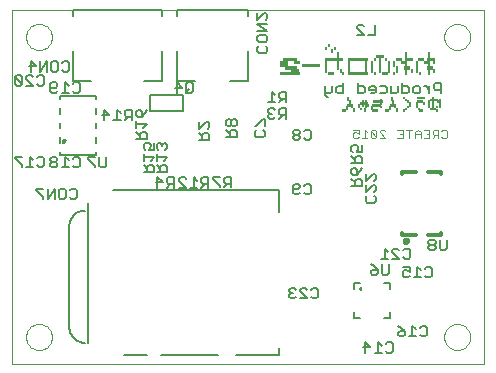
<source format=gbo>
G75*
%MOIN*%
%OFA0B0*%
%FSLAX24Y24*%
%IPPOS*%
%LPD*%
%AMOC8*
5,1,8,0,0,1.08239X$1,22.5*
%
%ADD10C,0.0000*%
%ADD11R,0.0060X0.0010*%
%ADD12R,0.0120X0.0010*%
%ADD13R,0.0180X0.0010*%
%ADD14R,0.0300X0.0010*%
%ADD15R,0.0240X0.0010*%
%ADD16R,0.0360X0.0010*%
%ADD17C,0.0050*%
%ADD18R,0.0094X0.0016*%
%ADD19R,0.0189X0.0016*%
%ADD20R,0.0661X0.0016*%
%ADD21R,0.0283X0.0016*%
%ADD22R,0.0378X0.0016*%
%ADD23R,0.0567X0.0016*%
%ADD24R,0.0472X0.0016*%
%ADD25C,0.0040*%
%ADD26C,0.0080*%
%ADD27C,0.0060*%
%ADD28C,0.0120*%
%ADD29C,0.0039*%
D10*
X002071Y001060D02*
X002071Y012871D01*
X017819Y012871D01*
X017819Y001060D01*
X002071Y001060D01*
X002544Y001965D02*
X002546Y002006D01*
X002552Y002047D01*
X002562Y002087D01*
X002575Y002126D01*
X002592Y002163D01*
X002613Y002199D01*
X002637Y002233D01*
X002664Y002264D01*
X002693Y002292D01*
X002726Y002318D01*
X002760Y002340D01*
X002797Y002359D01*
X002835Y002374D01*
X002875Y002386D01*
X002915Y002394D01*
X002956Y002398D01*
X002998Y002398D01*
X003039Y002394D01*
X003079Y002386D01*
X003119Y002374D01*
X003157Y002359D01*
X003193Y002340D01*
X003228Y002318D01*
X003261Y002292D01*
X003290Y002264D01*
X003317Y002233D01*
X003341Y002199D01*
X003362Y002163D01*
X003379Y002126D01*
X003392Y002087D01*
X003402Y002047D01*
X003408Y002006D01*
X003410Y001965D01*
X003408Y001924D01*
X003402Y001883D01*
X003392Y001843D01*
X003379Y001804D01*
X003362Y001767D01*
X003341Y001731D01*
X003317Y001697D01*
X003290Y001666D01*
X003261Y001638D01*
X003228Y001612D01*
X003194Y001590D01*
X003157Y001571D01*
X003119Y001556D01*
X003079Y001544D01*
X003039Y001536D01*
X002998Y001532D01*
X002956Y001532D01*
X002915Y001536D01*
X002875Y001544D01*
X002835Y001556D01*
X002797Y001571D01*
X002761Y001590D01*
X002726Y001612D01*
X002693Y001638D01*
X002664Y001666D01*
X002637Y001697D01*
X002613Y001731D01*
X002592Y001767D01*
X002575Y001804D01*
X002562Y001843D01*
X002552Y001883D01*
X002546Y001924D01*
X002544Y001965D01*
X002544Y011965D02*
X002546Y012006D01*
X002552Y012047D01*
X002562Y012087D01*
X002575Y012126D01*
X002592Y012163D01*
X002613Y012199D01*
X002637Y012233D01*
X002664Y012264D01*
X002693Y012292D01*
X002726Y012318D01*
X002760Y012340D01*
X002797Y012359D01*
X002835Y012374D01*
X002875Y012386D01*
X002915Y012394D01*
X002956Y012398D01*
X002998Y012398D01*
X003039Y012394D01*
X003079Y012386D01*
X003119Y012374D01*
X003157Y012359D01*
X003193Y012340D01*
X003228Y012318D01*
X003261Y012292D01*
X003290Y012264D01*
X003317Y012233D01*
X003341Y012199D01*
X003362Y012163D01*
X003379Y012126D01*
X003392Y012087D01*
X003402Y012047D01*
X003408Y012006D01*
X003410Y011965D01*
X003408Y011924D01*
X003402Y011883D01*
X003392Y011843D01*
X003379Y011804D01*
X003362Y011767D01*
X003341Y011731D01*
X003317Y011697D01*
X003290Y011666D01*
X003261Y011638D01*
X003228Y011612D01*
X003194Y011590D01*
X003157Y011571D01*
X003119Y011556D01*
X003079Y011544D01*
X003039Y011536D01*
X002998Y011532D01*
X002956Y011532D01*
X002915Y011536D01*
X002875Y011544D01*
X002835Y011556D01*
X002797Y011571D01*
X002761Y011590D01*
X002726Y011612D01*
X002693Y011638D01*
X002664Y011666D01*
X002637Y011697D01*
X002613Y011731D01*
X002592Y011767D01*
X002575Y011804D01*
X002562Y011843D01*
X002552Y011883D01*
X002546Y011924D01*
X002544Y011965D01*
X016481Y011965D02*
X016483Y012006D01*
X016489Y012047D01*
X016499Y012087D01*
X016512Y012126D01*
X016529Y012163D01*
X016550Y012199D01*
X016574Y012233D01*
X016601Y012264D01*
X016630Y012292D01*
X016663Y012318D01*
X016697Y012340D01*
X016734Y012359D01*
X016772Y012374D01*
X016812Y012386D01*
X016852Y012394D01*
X016893Y012398D01*
X016935Y012398D01*
X016976Y012394D01*
X017016Y012386D01*
X017056Y012374D01*
X017094Y012359D01*
X017130Y012340D01*
X017165Y012318D01*
X017198Y012292D01*
X017227Y012264D01*
X017254Y012233D01*
X017278Y012199D01*
X017299Y012163D01*
X017316Y012126D01*
X017329Y012087D01*
X017339Y012047D01*
X017345Y012006D01*
X017347Y011965D01*
X017345Y011924D01*
X017339Y011883D01*
X017329Y011843D01*
X017316Y011804D01*
X017299Y011767D01*
X017278Y011731D01*
X017254Y011697D01*
X017227Y011666D01*
X017198Y011638D01*
X017165Y011612D01*
X017131Y011590D01*
X017094Y011571D01*
X017056Y011556D01*
X017016Y011544D01*
X016976Y011536D01*
X016935Y011532D01*
X016893Y011532D01*
X016852Y011536D01*
X016812Y011544D01*
X016772Y011556D01*
X016734Y011571D01*
X016698Y011590D01*
X016663Y011612D01*
X016630Y011638D01*
X016601Y011666D01*
X016574Y011697D01*
X016550Y011731D01*
X016529Y011767D01*
X016512Y011804D01*
X016499Y011843D01*
X016489Y011883D01*
X016483Y011924D01*
X016481Y011965D01*
X016481Y001965D02*
X016483Y002006D01*
X016489Y002047D01*
X016499Y002087D01*
X016512Y002126D01*
X016529Y002163D01*
X016550Y002199D01*
X016574Y002233D01*
X016601Y002264D01*
X016630Y002292D01*
X016663Y002318D01*
X016697Y002340D01*
X016734Y002359D01*
X016772Y002374D01*
X016812Y002386D01*
X016852Y002394D01*
X016893Y002398D01*
X016935Y002398D01*
X016976Y002394D01*
X017016Y002386D01*
X017056Y002374D01*
X017094Y002359D01*
X017130Y002340D01*
X017165Y002318D01*
X017198Y002292D01*
X017227Y002264D01*
X017254Y002233D01*
X017278Y002199D01*
X017299Y002163D01*
X017316Y002126D01*
X017329Y002087D01*
X017339Y002047D01*
X017345Y002006D01*
X017347Y001965D01*
X017345Y001924D01*
X017339Y001883D01*
X017329Y001843D01*
X017316Y001804D01*
X017299Y001767D01*
X017278Y001731D01*
X017254Y001697D01*
X017227Y001666D01*
X017198Y001638D01*
X017165Y001612D01*
X017131Y001590D01*
X017094Y001571D01*
X017056Y001556D01*
X017016Y001544D01*
X016976Y001536D01*
X016935Y001532D01*
X016893Y001532D01*
X016852Y001536D01*
X016812Y001544D01*
X016772Y001556D01*
X016734Y001571D01*
X016698Y001590D01*
X016663Y001612D01*
X016630Y001638D01*
X016601Y001666D01*
X016574Y001697D01*
X016550Y001731D01*
X016529Y001767D01*
X016512Y001804D01*
X016499Y001843D01*
X016489Y001883D01*
X016483Y001924D01*
X016481Y001965D01*
D11*
X016232Y009464D03*
X016232Y009474D03*
X016232Y009484D03*
X016232Y009494D03*
X016232Y009504D03*
X016232Y009514D03*
X016232Y009584D03*
X016232Y009594D03*
X016232Y009604D03*
X016232Y009614D03*
X016232Y009624D03*
X016232Y009634D03*
X016352Y009634D03*
X016352Y009624D03*
X016352Y009614D03*
X016352Y009604D03*
X016352Y009594D03*
X016352Y009584D03*
X016352Y009644D03*
X016352Y009654D03*
X016352Y009664D03*
X016352Y009674D03*
X016352Y009684D03*
X016352Y009694D03*
X016352Y009704D03*
X016352Y009714D03*
X016352Y009724D03*
X016352Y009734D03*
X016352Y009744D03*
X016352Y009754D03*
X016352Y009824D03*
X016352Y009834D03*
X016352Y009844D03*
X016352Y009854D03*
X016352Y009864D03*
X016352Y009874D03*
X016112Y009884D03*
X016112Y009894D03*
X016112Y009904D03*
X016112Y009914D03*
X016112Y009924D03*
X016112Y009934D03*
X016112Y009814D03*
X016112Y009804D03*
X016112Y009794D03*
X016112Y009784D03*
X016112Y009774D03*
X016112Y009764D03*
X016112Y009754D03*
X016112Y009744D03*
X016112Y009734D03*
X016112Y009724D03*
X016112Y009714D03*
X016112Y009704D03*
X016112Y009694D03*
X016112Y009684D03*
X016112Y009674D03*
X016112Y009664D03*
X016112Y009654D03*
X016112Y009644D03*
X016112Y009634D03*
X016112Y009624D03*
X016112Y009614D03*
X016112Y009604D03*
X016112Y009594D03*
X016112Y009584D03*
X015992Y009584D03*
X015992Y009594D03*
X015992Y009604D03*
X015992Y009614D03*
X015992Y009624D03*
X015992Y009634D03*
X015992Y009644D03*
X015992Y009654D03*
X015992Y009664D03*
X015992Y009674D03*
X015992Y009684D03*
X015992Y009694D03*
X015992Y009704D03*
X015992Y009714D03*
X015992Y009724D03*
X015992Y009734D03*
X015992Y009744D03*
X015992Y009754D03*
X015992Y009764D03*
X015992Y009774D03*
X015992Y009784D03*
X015992Y009794D03*
X015992Y009804D03*
X015992Y009814D03*
X015812Y009754D03*
X015812Y009744D03*
X015812Y009734D03*
X015812Y009724D03*
X015812Y009714D03*
X015812Y009704D03*
X015632Y009574D03*
X015632Y009564D03*
X015632Y009554D03*
X015632Y009544D03*
X015632Y009534D03*
X015632Y009524D03*
X015572Y009584D03*
X015572Y009594D03*
X015572Y009604D03*
X015572Y009614D03*
X015572Y009624D03*
X015572Y009634D03*
X015572Y009644D03*
X015572Y009654D03*
X015572Y009664D03*
X015572Y009674D03*
X015572Y009684D03*
X015572Y009694D03*
X015572Y009704D03*
X015572Y009714D03*
X015572Y009724D03*
X015572Y009734D03*
X015572Y009744D03*
X015572Y009754D03*
X015332Y009754D03*
X015332Y009744D03*
X015332Y009734D03*
X015332Y009724D03*
X015332Y009714D03*
X015332Y009704D03*
X015332Y009694D03*
X015332Y009684D03*
X015332Y009674D03*
X015332Y009664D03*
X015332Y009654D03*
X015332Y009644D03*
X015272Y009634D03*
X015272Y009624D03*
X015272Y009614D03*
X015272Y009604D03*
X015272Y009594D03*
X015272Y009584D03*
X015212Y009574D03*
X015212Y009564D03*
X015212Y009554D03*
X015212Y009544D03*
X015212Y009534D03*
X015212Y009524D03*
X015152Y009514D03*
X015152Y009504D03*
X015152Y009494D03*
X015152Y009484D03*
X015152Y009474D03*
X015152Y009464D03*
X014912Y009474D03*
X014912Y009484D03*
X014912Y009494D03*
X014912Y009504D03*
X014912Y009514D03*
X014912Y009524D03*
X014912Y009534D03*
X014912Y009544D03*
X014912Y009554D03*
X014912Y009564D03*
X014912Y009574D03*
X014852Y009584D03*
X014852Y009594D03*
X014852Y009604D03*
X014852Y009614D03*
X014852Y009624D03*
X014852Y009634D03*
X014792Y009704D03*
X014792Y009714D03*
X014792Y009724D03*
X014792Y009734D03*
X014792Y009744D03*
X014792Y009754D03*
X014792Y009764D03*
X014792Y009774D03*
X014792Y009784D03*
X014792Y009794D03*
X014792Y009804D03*
X014792Y009814D03*
X014732Y009824D03*
X014732Y009834D03*
X014732Y009844D03*
X014732Y009854D03*
X014732Y009864D03*
X014732Y009874D03*
X014732Y009884D03*
X014732Y009894D03*
X014732Y009904D03*
X014732Y009914D03*
X014732Y009924D03*
X014732Y009934D03*
X014672Y009634D03*
X014672Y009624D03*
X014672Y009614D03*
X014672Y009604D03*
X014672Y009594D03*
X014672Y009584D03*
X014672Y009574D03*
X014672Y009564D03*
X014672Y009554D03*
X014672Y009544D03*
X014672Y009534D03*
X014672Y009524D03*
X014372Y009584D03*
X014372Y009594D03*
X014372Y009604D03*
X014372Y009614D03*
X014372Y009624D03*
X014372Y009634D03*
X014372Y009704D03*
X014372Y009714D03*
X014372Y009724D03*
X014372Y009734D03*
X014372Y009744D03*
X014372Y009754D03*
X014372Y009824D03*
X014372Y009834D03*
X014372Y009844D03*
X014372Y009854D03*
X014372Y009864D03*
X014372Y009874D03*
X014072Y009634D03*
X014072Y009624D03*
X014072Y009614D03*
X014072Y009604D03*
X014072Y009594D03*
X014072Y009584D03*
X014072Y009574D03*
X014072Y009564D03*
X014072Y009554D03*
X014072Y009544D03*
X014072Y009534D03*
X014072Y009524D03*
X013892Y009584D03*
X013892Y009594D03*
X013892Y009604D03*
X013892Y009614D03*
X013892Y009624D03*
X013892Y009634D03*
X013832Y009574D03*
X013832Y009564D03*
X013832Y009554D03*
X013832Y009544D03*
X013832Y009534D03*
X013832Y009524D03*
X013832Y009514D03*
X013832Y009504D03*
X013832Y009494D03*
X013832Y009484D03*
X013832Y009474D03*
X013832Y009464D03*
X013712Y009524D03*
X013712Y009534D03*
X013712Y009544D03*
X013712Y009554D03*
X013712Y009564D03*
X013712Y009574D03*
X013652Y009584D03*
X013652Y009594D03*
X013652Y009604D03*
X013652Y009614D03*
X013652Y009624D03*
X013652Y009634D03*
X013652Y009644D03*
X013652Y009654D03*
X013652Y009664D03*
X013652Y009674D03*
X013652Y009684D03*
X013652Y009694D03*
X013772Y009694D03*
X013772Y009684D03*
X013772Y009674D03*
X013772Y009664D03*
X013772Y009654D03*
X013772Y009644D03*
X013772Y009764D03*
X013772Y009774D03*
X013772Y009784D03*
X013772Y009794D03*
X013772Y009804D03*
X013772Y009814D03*
X013892Y009814D03*
X013892Y009804D03*
X013892Y009794D03*
X013892Y009784D03*
X013892Y009774D03*
X013892Y009764D03*
X013472Y009574D03*
X013472Y009564D03*
X013472Y009554D03*
X013472Y009544D03*
X013472Y009534D03*
X013472Y009524D03*
X013472Y009514D03*
X013472Y009504D03*
X013472Y009494D03*
X013472Y009484D03*
X013472Y009474D03*
X013472Y009464D03*
X013412Y009584D03*
X013412Y009594D03*
X013412Y009604D03*
X013412Y009614D03*
X013412Y009624D03*
X013412Y009634D03*
X013352Y009704D03*
X013352Y009714D03*
X013352Y009724D03*
X013352Y009734D03*
X013352Y009744D03*
X013352Y009754D03*
X013352Y009764D03*
X013352Y009774D03*
X013352Y009784D03*
X013352Y009794D03*
X013352Y009804D03*
X013352Y009814D03*
X013292Y009824D03*
X013292Y009834D03*
X013292Y009844D03*
X013292Y009854D03*
X013292Y009864D03*
X013292Y009874D03*
X013292Y009884D03*
X013292Y009894D03*
X013292Y009904D03*
X013292Y009914D03*
X013292Y009924D03*
X013292Y009934D03*
X013232Y009634D03*
X013232Y009624D03*
X013232Y009614D03*
X013232Y009604D03*
X013232Y009594D03*
X013232Y009584D03*
X013232Y009574D03*
X013232Y009564D03*
X013232Y009554D03*
X013232Y009544D03*
X013232Y009534D03*
X013232Y009524D03*
X015152Y009884D03*
X015152Y009894D03*
X015152Y009904D03*
X015152Y009914D03*
X015152Y009924D03*
X015152Y009934D03*
X015212Y009874D03*
X015212Y009864D03*
X015212Y009854D03*
X015212Y009844D03*
X015212Y009834D03*
X015212Y009824D03*
X015272Y009814D03*
X015272Y009804D03*
X015272Y009794D03*
X015272Y009784D03*
X015272Y009774D03*
X015272Y009764D03*
D12*
X015722Y009514D03*
X015722Y009504D03*
X015722Y009494D03*
X015722Y009484D03*
X015722Y009474D03*
X015722Y009464D03*
X016322Y009764D03*
X016322Y009774D03*
X016322Y009784D03*
X016322Y009794D03*
X016322Y009804D03*
X016322Y009814D03*
X014582Y009514D03*
X014582Y009504D03*
X014582Y009494D03*
X014582Y009484D03*
X014582Y009474D03*
X014582Y009464D03*
X013922Y009644D03*
X013922Y009654D03*
X013922Y009664D03*
X013922Y009674D03*
X013922Y009684D03*
X013922Y009694D03*
X013142Y009514D03*
X013142Y009504D03*
X013142Y009494D03*
X013142Y009484D03*
X013142Y009474D03*
X013142Y009464D03*
D13*
X013352Y009644D03*
X013352Y009654D03*
X013352Y009664D03*
X013352Y009674D03*
X013352Y009684D03*
X013352Y009694D03*
X014192Y009514D03*
X014192Y009504D03*
X014192Y009494D03*
X014192Y009484D03*
X014192Y009474D03*
X014192Y009464D03*
X014792Y009644D03*
X014792Y009654D03*
X014792Y009664D03*
X014792Y009674D03*
X014792Y009684D03*
X014792Y009694D03*
X015692Y009764D03*
X015692Y009774D03*
X015692Y009784D03*
X015692Y009794D03*
X015692Y009804D03*
X015692Y009814D03*
X016112Y009574D03*
X016112Y009564D03*
X016112Y009554D03*
X016112Y009544D03*
X016112Y009534D03*
X016112Y009524D03*
D14*
X014252Y009644D03*
X014252Y009654D03*
X014252Y009664D03*
X014252Y009674D03*
X014252Y009684D03*
X014252Y009694D03*
D15*
X013802Y009704D03*
X013802Y009714D03*
X013802Y009724D03*
X013802Y009734D03*
X013802Y009744D03*
X013802Y009754D03*
X015722Y009884D03*
X015722Y009894D03*
X015722Y009904D03*
X015722Y009914D03*
X015722Y009924D03*
X015722Y009934D03*
X016142Y009874D03*
X016142Y009864D03*
X016142Y009854D03*
X016142Y009844D03*
X016142Y009834D03*
X016142Y009824D03*
D16*
X014282Y009814D03*
X014282Y009804D03*
X014282Y009794D03*
X014282Y009784D03*
X014282Y009774D03*
X014282Y009764D03*
D17*
X014347Y010085D02*
X014523Y010085D01*
X014581Y010143D01*
X014581Y010260D01*
X014523Y010318D01*
X014347Y010318D01*
X014213Y010260D02*
X014154Y010318D01*
X014037Y010318D01*
X013979Y010260D01*
X013979Y010202D01*
X014213Y010202D01*
X014213Y010260D02*
X014213Y010143D01*
X014154Y010085D01*
X014037Y010085D01*
X013844Y010143D02*
X013844Y010260D01*
X013786Y010318D01*
X013611Y010318D01*
X013611Y010435D02*
X013611Y010085D01*
X013786Y010085D01*
X013844Y010143D01*
X013108Y010085D02*
X012933Y010085D01*
X012874Y010143D01*
X012874Y010260D01*
X012933Y010318D01*
X013108Y010318D01*
X013108Y010435D02*
X013108Y010085D01*
X012739Y010143D02*
X012739Y010318D01*
X012506Y010318D02*
X012506Y010027D01*
X012564Y009968D01*
X012623Y009968D01*
X012681Y010085D02*
X012506Y010085D01*
X012681Y010085D02*
X012739Y010143D01*
X011219Y010136D02*
X011219Y009786D01*
X011219Y009902D02*
X011044Y009902D01*
X010986Y009961D01*
X010986Y010078D01*
X011044Y010136D01*
X011219Y010136D01*
X011103Y009902D02*
X010986Y009786D01*
X010851Y009786D02*
X010618Y009786D01*
X010734Y009786D02*
X010734Y010136D01*
X010851Y010019D01*
X010793Y009585D02*
X010676Y009585D01*
X010618Y009526D01*
X010618Y009468D01*
X010676Y009410D01*
X010618Y009351D01*
X010618Y009293D01*
X010676Y009235D01*
X010793Y009235D01*
X010851Y009293D01*
X010986Y009235D02*
X011103Y009351D01*
X011044Y009351D02*
X011219Y009351D01*
X011219Y009235D02*
X011219Y009585D01*
X011044Y009585D01*
X010986Y009526D01*
X010986Y009410D01*
X011044Y009351D01*
X010851Y009526D02*
X010793Y009585D01*
X010734Y009410D02*
X010676Y009410D01*
X010511Y009218D02*
X010453Y009218D01*
X010219Y008984D01*
X010161Y008984D01*
X010219Y008850D02*
X010161Y008791D01*
X010161Y008674D01*
X010219Y008616D01*
X010453Y008616D01*
X010511Y008674D01*
X010511Y008791D01*
X010453Y008850D01*
X010511Y008984D02*
X010511Y009218D01*
X009566Y009159D02*
X009566Y009043D01*
X009508Y008984D01*
X009449Y008984D01*
X009391Y009043D01*
X009391Y009159D01*
X009333Y009218D01*
X009274Y009218D01*
X009216Y009159D01*
X009216Y009043D01*
X009274Y008984D01*
X009333Y008984D01*
X009391Y009043D01*
X009391Y009159D02*
X009449Y009218D01*
X009508Y009218D01*
X009566Y009159D01*
X009508Y008850D02*
X009391Y008850D01*
X009333Y008791D01*
X009333Y008616D01*
X009333Y008733D02*
X009216Y008850D01*
X009508Y008850D02*
X009566Y008791D01*
X009566Y008616D01*
X009216Y008616D01*
X008657Y008537D02*
X008657Y008712D01*
X008598Y008771D01*
X008482Y008771D01*
X008423Y008712D01*
X008423Y008537D01*
X008306Y008537D02*
X008657Y008537D01*
X008423Y008654D02*
X008306Y008771D01*
X008306Y008906D02*
X008540Y009139D01*
X008598Y009139D01*
X008657Y009081D01*
X008657Y008964D01*
X008598Y008906D01*
X008306Y008906D02*
X008306Y009139D01*
X007250Y008375D02*
X007191Y008433D01*
X007133Y008433D01*
X007074Y008375D01*
X007016Y008433D01*
X006958Y008433D01*
X006899Y008375D01*
X006899Y008258D01*
X006958Y008200D01*
X006817Y008200D02*
X006641Y008200D01*
X006700Y008316D01*
X006700Y008375D01*
X006641Y008433D01*
X006525Y008433D01*
X006466Y008375D01*
X006466Y008258D01*
X006525Y008200D01*
X006466Y008065D02*
X006466Y007831D01*
X006466Y007948D02*
X006817Y007948D01*
X006700Y007831D01*
X006758Y007696D02*
X006641Y007696D01*
X006583Y007638D01*
X006583Y007463D01*
X006583Y007580D02*
X006466Y007696D01*
X006466Y007463D02*
X006817Y007463D01*
X006817Y007638D01*
X006758Y007696D01*
X006899Y007696D02*
X007016Y007580D01*
X007016Y007638D02*
X007016Y007463D01*
X006899Y007463D02*
X007250Y007463D01*
X007250Y007638D01*
X007191Y007696D01*
X007074Y007696D01*
X007016Y007638D01*
X006899Y007831D02*
X006899Y008065D01*
X006899Y007948D02*
X007250Y007948D01*
X007133Y007831D01*
X007191Y008200D02*
X007250Y008258D01*
X007250Y008375D01*
X007074Y008375D02*
X007074Y008316D01*
X006817Y008200D02*
X006817Y008433D01*
X006574Y008563D02*
X006574Y008738D01*
X006516Y008796D01*
X006399Y008796D01*
X006340Y008738D01*
X006340Y008563D01*
X006224Y008563D02*
X006574Y008563D01*
X006340Y008679D02*
X006224Y008796D01*
X006224Y008931D02*
X006224Y009165D01*
X006224Y009048D02*
X006574Y009048D01*
X006457Y008931D01*
X006062Y009195D02*
X006062Y009545D01*
X005887Y009545D01*
X005828Y009487D01*
X005828Y009370D01*
X005887Y009312D01*
X006062Y009312D01*
X005945Y009312D02*
X005828Y009195D01*
X005694Y009195D02*
X005460Y009195D01*
X005577Y009195D02*
X005577Y009545D01*
X005694Y009429D01*
X005325Y009370D02*
X005092Y009370D01*
X005150Y009195D02*
X005150Y009545D01*
X005325Y009370D01*
X004866Y009406D02*
X004866Y009603D01*
X004866Y009899D02*
X004866Y009997D01*
X003685Y009997D01*
X003685Y009899D01*
X003728Y010101D02*
X003961Y010101D01*
X003845Y010101D02*
X003845Y010451D01*
X003961Y010334D01*
X004096Y010393D02*
X004154Y010451D01*
X004271Y010451D01*
X004330Y010393D01*
X004330Y010159D01*
X004271Y010101D01*
X004154Y010101D01*
X004096Y010159D01*
X004118Y010509D02*
X004709Y010509D01*
X004118Y010509D02*
X004118Y011493D01*
X003917Y011160D02*
X003975Y011101D01*
X003975Y010868D01*
X003917Y010809D01*
X003800Y010809D01*
X003742Y010868D01*
X003607Y010868D02*
X003549Y010809D01*
X003432Y010809D01*
X003373Y010868D01*
X003373Y011101D01*
X003432Y011160D01*
X003549Y011160D01*
X003607Y011101D01*
X003607Y010868D01*
X003742Y011101D02*
X003800Y011160D01*
X003917Y011160D01*
X003239Y011160D02*
X003239Y010809D01*
X003090Y010687D02*
X002973Y010687D01*
X002915Y010629D01*
X002780Y010629D02*
X002722Y010687D01*
X002605Y010687D01*
X002547Y010629D01*
X002547Y010570D01*
X002780Y010337D01*
X002547Y010337D01*
X002412Y010395D02*
X002178Y010629D01*
X002178Y010395D01*
X002237Y010337D01*
X002354Y010337D01*
X002412Y010395D01*
X002412Y010629D01*
X002354Y010687D01*
X002237Y010687D01*
X002178Y010629D01*
X002695Y010809D02*
X002695Y011160D01*
X002870Y010984D01*
X002637Y010984D01*
X003005Y010809D02*
X003005Y011160D01*
X003239Y011160D02*
X003005Y010809D01*
X003090Y010687D02*
X003149Y010629D01*
X003149Y010395D01*
X003090Y010337D01*
X002973Y010337D01*
X002915Y010395D01*
X003359Y010393D02*
X003359Y010159D01*
X003418Y010101D01*
X003535Y010101D01*
X003593Y010159D01*
X003535Y010276D02*
X003359Y010276D01*
X003359Y010393D02*
X003418Y010451D01*
X003535Y010451D01*
X003593Y010393D01*
X003593Y010334D01*
X003535Y010276D01*
X003685Y009603D02*
X003685Y009406D01*
X003685Y009111D02*
X003685Y008914D01*
X003685Y008619D02*
X003685Y008422D01*
X003784Y008422D02*
X003882Y008521D01*
X003784Y008521D01*
X003784Y008422D01*
X003784Y008432D02*
X003794Y008432D01*
X003784Y008480D02*
X003842Y008480D01*
X003685Y008127D02*
X003685Y008028D01*
X004866Y008028D01*
X004866Y008127D01*
X004855Y007964D02*
X004622Y007964D01*
X004622Y007906D01*
X004855Y007672D01*
X004855Y007614D01*
X004990Y007672D02*
X004990Y007964D01*
X005224Y007964D02*
X005224Y007672D01*
X005165Y007614D01*
X005049Y007614D01*
X004990Y007672D01*
X004330Y007679D02*
X004271Y007620D01*
X004154Y007620D01*
X004096Y007679D01*
X003961Y007620D02*
X003728Y007620D01*
X003845Y007620D02*
X003845Y007971D01*
X003961Y007854D01*
X004096Y007912D02*
X004154Y007971D01*
X004271Y007971D01*
X004330Y007912D01*
X004330Y007679D01*
X003593Y007679D02*
X003593Y007737D01*
X003535Y007796D01*
X003418Y007796D01*
X003359Y007737D01*
X003359Y007679D01*
X003418Y007620D01*
X003535Y007620D01*
X003593Y007679D01*
X003535Y007796D02*
X003593Y007854D01*
X003593Y007912D01*
X003535Y007971D01*
X003418Y007971D01*
X003359Y007912D01*
X003359Y007854D01*
X003418Y007796D01*
X003149Y007683D02*
X003090Y007624D01*
X002973Y007624D01*
X002915Y007683D01*
X002780Y007624D02*
X002547Y007624D01*
X002663Y007624D02*
X002663Y007975D01*
X002780Y007858D01*
X002915Y007916D02*
X002973Y007975D01*
X003090Y007975D01*
X003149Y007916D01*
X003149Y007683D01*
X002412Y007683D02*
X002412Y007624D01*
X002412Y007683D02*
X002178Y007916D01*
X002178Y007975D01*
X002412Y007975D01*
X002893Y006908D02*
X002893Y006849D01*
X003126Y006616D01*
X003126Y006557D01*
X003261Y006557D02*
X003261Y006908D01*
X003126Y006908D02*
X002893Y006908D01*
X003261Y006557D02*
X003495Y006908D01*
X003495Y006557D01*
X003629Y006616D02*
X003629Y006849D01*
X003688Y006908D01*
X003805Y006908D01*
X003863Y006849D01*
X003863Y006616D01*
X003805Y006557D01*
X003688Y006557D01*
X003629Y006616D01*
X003998Y006616D02*
X004056Y006557D01*
X004173Y006557D01*
X004231Y006616D01*
X004231Y006849D01*
X004173Y006908D01*
X004056Y006908D01*
X003998Y006849D01*
X004866Y008422D02*
X004866Y008619D01*
X004866Y008914D02*
X004866Y009111D01*
X006224Y009358D02*
X006224Y009474D01*
X006282Y009533D01*
X006340Y009533D01*
X006399Y009474D01*
X006399Y009299D01*
X006282Y009299D01*
X006224Y009358D01*
X006399Y009299D02*
X006516Y009416D01*
X006574Y009533D01*
X007566Y010101D02*
X007566Y010451D01*
X007741Y010276D01*
X007507Y010276D01*
X007583Y010509D02*
X008174Y010509D01*
X008109Y010393D02*
X008051Y010451D01*
X007934Y010451D01*
X007876Y010393D01*
X007876Y010159D01*
X007934Y010101D01*
X008051Y010101D01*
X008109Y010159D01*
X008109Y010393D01*
X007992Y010217D02*
X007876Y010101D01*
X007583Y010509D02*
X007583Y011493D01*
X007071Y011493D02*
X007071Y010509D01*
X006481Y010509D01*
X007071Y012674D02*
X007071Y012871D01*
X004118Y012871D01*
X004118Y012674D01*
X007583Y012674D02*
X007583Y012871D01*
X009945Y012871D01*
X009945Y012674D01*
X010239Y012761D02*
X010239Y012528D01*
X010473Y012761D01*
X010531Y012761D01*
X010590Y012703D01*
X010590Y012586D01*
X010531Y012528D01*
X010590Y012393D02*
X010239Y012393D01*
X010590Y012159D01*
X010239Y012159D01*
X010298Y012025D02*
X010239Y011966D01*
X010239Y011849D01*
X010298Y011791D01*
X010531Y011791D01*
X010590Y011849D01*
X010590Y011966D01*
X010531Y012025D01*
X010298Y012025D01*
X010298Y011656D02*
X010239Y011598D01*
X010239Y011481D01*
X010298Y011423D01*
X010531Y011423D01*
X010590Y011481D01*
X010590Y011598D01*
X010531Y011656D01*
X009945Y011493D02*
X009945Y010509D01*
X009355Y010509D01*
X011444Y008818D02*
X011444Y008759D01*
X011503Y008701D01*
X011619Y008701D01*
X011678Y008759D01*
X011678Y008818D01*
X011619Y008876D01*
X011503Y008876D01*
X011444Y008818D01*
X011503Y008701D02*
X011444Y008643D01*
X011444Y008584D01*
X011503Y008526D01*
X011619Y008526D01*
X011678Y008584D01*
X011678Y008643D01*
X011619Y008701D01*
X011813Y008584D02*
X011871Y008526D01*
X011988Y008526D01*
X012046Y008584D01*
X012046Y008818D01*
X011988Y008876D01*
X011871Y008876D01*
X011813Y008818D01*
X013389Y008293D02*
X013389Y008177D01*
X013447Y008118D01*
X013564Y008118D02*
X013623Y008235D01*
X013623Y008293D01*
X013564Y008352D01*
X013447Y008352D01*
X013389Y008293D01*
X013564Y008118D02*
X013739Y008118D01*
X013739Y008352D01*
X013681Y007983D02*
X013564Y007983D01*
X013506Y007925D01*
X013506Y007750D01*
X013506Y007867D02*
X013389Y007983D01*
X013389Y007750D02*
X013739Y007750D01*
X013739Y007925D01*
X013681Y007983D01*
X013739Y007604D02*
X013681Y007487D01*
X013564Y007370D01*
X013564Y007545D01*
X013506Y007604D01*
X013447Y007604D01*
X013389Y007545D01*
X013389Y007429D01*
X013447Y007370D01*
X013564Y007370D01*
X013564Y007235D02*
X013506Y007177D01*
X013506Y007002D01*
X013506Y007119D02*
X013389Y007235D01*
X013564Y007235D02*
X013681Y007235D01*
X013739Y007177D01*
X013739Y007002D01*
X013389Y007002D01*
X013868Y007041D02*
X013868Y006808D01*
X014101Y007041D01*
X014160Y007041D01*
X014218Y006983D01*
X014218Y006866D01*
X014160Y006808D01*
X014160Y006673D02*
X014218Y006614D01*
X014218Y006498D01*
X014160Y006439D01*
X013926Y006439D01*
X013868Y006498D01*
X013868Y006614D01*
X013926Y006673D01*
X013868Y007176D02*
X014101Y007409D01*
X014160Y007409D01*
X014218Y007351D01*
X014218Y007234D01*
X014160Y007176D01*
X013868Y007176D02*
X013868Y007409D01*
X012046Y007007D02*
X012046Y006773D01*
X011988Y006715D01*
X011871Y006715D01*
X011813Y006773D01*
X011678Y006773D02*
X011619Y006715D01*
X011503Y006715D01*
X011444Y006773D01*
X011444Y007007D01*
X011503Y007065D01*
X011619Y007065D01*
X011678Y007007D01*
X011678Y006948D01*
X011619Y006890D01*
X011444Y006890D01*
X011813Y007007D02*
X011871Y007065D01*
X011988Y007065D01*
X012046Y007007D01*
X009369Y006951D02*
X009369Y007301D01*
X009194Y007301D01*
X009135Y007243D01*
X009135Y007126D01*
X009194Y007068D01*
X009369Y007068D01*
X009252Y007068D02*
X009135Y006951D01*
X009001Y006951D02*
X009001Y007009D01*
X008767Y007243D01*
X008767Y007301D01*
X009001Y007301D01*
X008624Y007295D02*
X008624Y006945D01*
X008624Y007062D02*
X008448Y007062D01*
X008390Y007120D01*
X008390Y007237D01*
X008448Y007295D01*
X008624Y007295D01*
X008507Y007062D02*
X008390Y006945D01*
X008255Y006945D02*
X008022Y006945D01*
X008138Y006945D02*
X008138Y007295D01*
X008255Y007178D01*
X007887Y007237D02*
X007829Y007295D01*
X007712Y007295D01*
X007653Y007237D01*
X007653Y007178D01*
X007887Y006945D01*
X007653Y006945D01*
X007468Y006945D02*
X007468Y007295D01*
X007293Y007295D01*
X007234Y007237D01*
X007234Y007120D01*
X007293Y007062D01*
X007468Y007062D01*
X007351Y007062D02*
X007234Y006945D01*
X007100Y007120D02*
X006866Y007120D01*
X006924Y006945D02*
X006924Y007295D01*
X007100Y007120D01*
X011312Y003542D02*
X011312Y003484D01*
X011371Y003425D01*
X011312Y003367D01*
X011312Y003309D01*
X011371Y003250D01*
X011487Y003250D01*
X011546Y003309D01*
X011681Y003250D02*
X011914Y003250D01*
X011681Y003484D01*
X011681Y003542D01*
X011739Y003601D01*
X011856Y003601D01*
X011914Y003542D01*
X012049Y003542D02*
X012107Y003601D01*
X012224Y003601D01*
X012282Y003542D01*
X012282Y003309D01*
X012224Y003250D01*
X012107Y003250D01*
X012049Y003309D01*
X011546Y003542D02*
X011487Y003601D01*
X011371Y003601D01*
X011312Y003542D01*
X011371Y003425D02*
X011429Y003425D01*
X013488Y003580D02*
X013488Y003776D01*
X013685Y003776D01*
X014031Y004090D02*
X014031Y004148D01*
X014090Y004207D01*
X014265Y004207D01*
X014265Y004090D01*
X014207Y004031D01*
X014090Y004031D01*
X014031Y004090D01*
X014148Y004323D02*
X014265Y004207D01*
X014148Y004323D02*
X014031Y004382D01*
X014400Y004382D02*
X014400Y004090D01*
X014458Y004031D01*
X014575Y004031D01*
X014633Y004090D01*
X014633Y004382D01*
X014617Y004561D02*
X014383Y004561D01*
X014500Y004561D02*
X014500Y004912D01*
X014617Y004795D01*
X014751Y004795D02*
X014751Y004853D01*
X014810Y004912D01*
X014927Y004912D01*
X014985Y004853D01*
X015120Y004853D02*
X015178Y004912D01*
X015295Y004912D01*
X015353Y004853D01*
X015353Y004620D01*
X015295Y004561D01*
X015178Y004561D01*
X015120Y004620D01*
X014985Y004561D02*
X014751Y004795D01*
X014751Y004561D02*
X014985Y004561D01*
X015094Y004303D02*
X015328Y004303D01*
X015328Y004128D01*
X015211Y004186D01*
X015153Y004186D01*
X015094Y004128D01*
X015094Y004011D01*
X015153Y003953D01*
X015269Y003953D01*
X015328Y004011D01*
X015463Y003953D02*
X015696Y003953D01*
X015579Y003953D02*
X015579Y004303D01*
X015696Y004186D01*
X015831Y004245D02*
X015889Y004303D01*
X016006Y004303D01*
X016065Y004245D01*
X016065Y004011D01*
X016006Y003953D01*
X015889Y003953D01*
X015831Y004011D01*
X016019Y004858D02*
X016136Y004858D01*
X016194Y004917D01*
X016194Y004975D01*
X016136Y005033D01*
X016019Y005033D01*
X015960Y004975D01*
X015960Y004917D01*
X016019Y004858D01*
X016019Y005033D02*
X015960Y005092D01*
X015960Y005150D01*
X016019Y005208D01*
X016136Y005208D01*
X016194Y005150D01*
X016194Y005092D01*
X016136Y005033D01*
X016329Y004917D02*
X016329Y005208D01*
X016562Y005208D02*
X016562Y004917D01*
X016504Y004858D01*
X016387Y004858D01*
X016329Y004917D01*
X014670Y003776D02*
X014473Y003776D01*
X014670Y003776D02*
X014670Y003580D01*
X014670Y002792D02*
X014670Y002595D01*
X014473Y002595D01*
X014937Y002334D02*
X015054Y002276D01*
X015170Y002159D01*
X014995Y002159D01*
X014937Y002101D01*
X014937Y002043D01*
X014995Y001984D01*
X015112Y001984D01*
X015170Y002043D01*
X015170Y002159D01*
X015305Y001984D02*
X015539Y001984D01*
X015422Y001984D02*
X015422Y002334D01*
X015539Y002218D01*
X015673Y002276D02*
X015732Y002334D01*
X015849Y002334D01*
X015907Y002276D01*
X015907Y002043D01*
X015849Y001984D01*
X015732Y001984D01*
X015673Y002043D01*
X014763Y001731D02*
X014763Y001498D01*
X014704Y001439D01*
X014588Y001439D01*
X014529Y001498D01*
X014394Y001439D02*
X014161Y001439D01*
X014278Y001439D02*
X014278Y001790D01*
X014394Y001673D01*
X014529Y001731D02*
X014588Y001790D01*
X014704Y001790D01*
X014763Y001731D01*
X014026Y001614D02*
X013793Y001614D01*
X013851Y001439D02*
X013851Y001790D01*
X014026Y001614D01*
X013685Y002595D02*
X013488Y002595D01*
X013488Y002792D01*
X014716Y010085D02*
X014716Y010318D01*
X014949Y010318D02*
X014949Y010143D01*
X014891Y010085D01*
X014716Y010085D01*
X015084Y010085D02*
X015084Y010435D01*
X015084Y010318D02*
X015259Y010318D01*
X015318Y010260D01*
X015318Y010143D01*
X015259Y010085D01*
X015084Y010085D01*
X015452Y010143D02*
X015452Y010260D01*
X015511Y010318D01*
X015628Y010318D01*
X015686Y010260D01*
X015686Y010143D01*
X015628Y010085D01*
X015511Y010085D01*
X015452Y010143D01*
X015818Y010318D02*
X015876Y010318D01*
X015993Y010202D01*
X015993Y010318D02*
X015993Y010085D01*
X016128Y010260D02*
X016186Y010202D01*
X016361Y010202D01*
X016361Y010085D02*
X016361Y010435D01*
X016186Y010435D01*
X016128Y010377D01*
X016128Y010260D01*
X014172Y012030D02*
X013939Y012030D01*
X013804Y012030D02*
X013570Y012263D01*
X013570Y012322D01*
X013629Y012380D01*
X013745Y012380D01*
X013804Y012322D01*
X013804Y012030D02*
X013570Y012030D01*
X014172Y012030D02*
X014172Y012380D01*
D18*
X015205Y011422D03*
X015205Y011406D03*
X015205Y011391D03*
X015205Y011375D03*
X015205Y011359D03*
X015205Y011343D03*
X015205Y011328D03*
X015205Y011312D03*
X015205Y011296D03*
X015205Y011280D03*
X015205Y011265D03*
X015205Y011249D03*
X015205Y011044D03*
X015205Y011028D03*
X015205Y011013D03*
X015205Y010997D03*
X015205Y010981D03*
X015205Y010965D03*
X015205Y010855D03*
X015205Y010839D03*
X015205Y010824D03*
X015205Y010808D03*
X015205Y010792D03*
X015205Y010776D03*
X015205Y010761D03*
X015205Y010745D03*
X015205Y010729D03*
X015205Y010713D03*
X015205Y010698D03*
X015205Y010682D03*
X015394Y010776D03*
X015394Y010792D03*
X015394Y010808D03*
X015394Y010824D03*
X015394Y010839D03*
X015394Y010855D03*
X015583Y010855D03*
X015583Y010839D03*
X015583Y010824D03*
X015583Y010808D03*
X015583Y010792D03*
X015583Y010776D03*
X015583Y010871D03*
X015583Y010887D03*
X015583Y010902D03*
X015583Y010918D03*
X015583Y010934D03*
X015583Y010950D03*
X015583Y010965D03*
X015583Y010981D03*
X015583Y010997D03*
X015583Y011013D03*
X015583Y011028D03*
X015583Y011044D03*
X015583Y011060D03*
X015583Y011076D03*
X015583Y011091D03*
X015583Y011107D03*
X015583Y011123D03*
X015583Y011139D03*
X015961Y011044D03*
X015961Y011028D03*
X015961Y011013D03*
X015961Y010997D03*
X015961Y010981D03*
X015961Y010965D03*
X015961Y010855D03*
X015961Y010839D03*
X015961Y010824D03*
X015961Y010808D03*
X015961Y010792D03*
X015961Y010776D03*
X015961Y010761D03*
X015961Y010745D03*
X015961Y010729D03*
X015961Y010713D03*
X015961Y010698D03*
X015961Y010682D03*
X016150Y010776D03*
X016150Y010792D03*
X016150Y010808D03*
X016150Y010824D03*
X016150Y010839D03*
X016150Y010855D03*
X016150Y011060D03*
X016150Y011076D03*
X016150Y011091D03*
X016150Y011107D03*
X016150Y011123D03*
X016150Y011139D03*
X015961Y011249D03*
X015961Y011265D03*
X015961Y011280D03*
X015961Y011296D03*
X015961Y011312D03*
X015961Y011328D03*
X015961Y011343D03*
X015961Y011359D03*
X015961Y011375D03*
X015961Y011391D03*
X015961Y011406D03*
X015961Y011422D03*
X015677Y010761D03*
X015677Y010745D03*
X015677Y010729D03*
X015677Y010713D03*
X015677Y010698D03*
X015677Y010682D03*
X014922Y010776D03*
X014922Y010792D03*
X014922Y010808D03*
X014922Y010824D03*
X014922Y010839D03*
X014922Y010855D03*
X014922Y010871D03*
X014922Y010887D03*
X014922Y010902D03*
X014922Y010918D03*
X014922Y010934D03*
X014922Y010950D03*
X014827Y010965D03*
X014827Y010981D03*
X014827Y010997D03*
X014827Y011013D03*
X014827Y011028D03*
X014827Y011044D03*
X014827Y011060D03*
X014827Y011076D03*
X014827Y011091D03*
X014827Y011107D03*
X014827Y011123D03*
X014827Y011139D03*
X014638Y011139D03*
X014638Y011123D03*
X014638Y011107D03*
X014638Y011091D03*
X014638Y011076D03*
X014638Y011060D03*
X014638Y011044D03*
X014638Y011028D03*
X014638Y011013D03*
X014638Y010997D03*
X014638Y010981D03*
X014638Y010965D03*
X014638Y010950D03*
X014638Y010934D03*
X014638Y010918D03*
X014638Y010902D03*
X014638Y010887D03*
X014638Y010871D03*
X014638Y010855D03*
X014638Y010839D03*
X014638Y010824D03*
X014638Y010808D03*
X014638Y010792D03*
X014638Y010776D03*
X014827Y010761D03*
X014827Y010745D03*
X014827Y010729D03*
X014827Y010713D03*
X014827Y010698D03*
X014827Y010682D03*
X014355Y010776D03*
X014355Y010792D03*
X014355Y010808D03*
X014355Y010824D03*
X014355Y010839D03*
X014355Y010855D03*
X014355Y010871D03*
X014355Y010887D03*
X014355Y010902D03*
X014355Y010918D03*
X014355Y010934D03*
X014355Y010950D03*
X014355Y010965D03*
X014355Y010981D03*
X014355Y010997D03*
X014355Y011013D03*
X014355Y011028D03*
X014355Y011044D03*
X014355Y011060D03*
X014355Y011076D03*
X014355Y011091D03*
X014355Y011107D03*
X014355Y011123D03*
X014355Y011139D03*
X014355Y011154D03*
X014355Y011170D03*
X014355Y011186D03*
X014355Y011202D03*
X014355Y011217D03*
X014355Y011233D03*
X014544Y011233D03*
X014544Y011217D03*
X014544Y011202D03*
X014544Y011186D03*
X014544Y011170D03*
X014544Y011154D03*
X014166Y011154D03*
X014166Y011170D03*
X014166Y011186D03*
X014166Y011202D03*
X014166Y011217D03*
X014166Y011233D03*
X014071Y011139D03*
X014071Y011123D03*
X014071Y011107D03*
X014071Y011091D03*
X014071Y011076D03*
X014071Y011060D03*
X014071Y011044D03*
X014071Y011028D03*
X014071Y011013D03*
X014071Y010997D03*
X014071Y010981D03*
X014071Y010965D03*
X014071Y010950D03*
X014071Y010934D03*
X014071Y010918D03*
X014071Y010902D03*
X014071Y010887D03*
X014071Y010871D03*
X014071Y010855D03*
X014071Y010839D03*
X014071Y010824D03*
X014071Y010808D03*
X014071Y010792D03*
X014071Y010776D03*
X014166Y010761D03*
X014166Y010745D03*
X014166Y010729D03*
X014166Y010713D03*
X014166Y010698D03*
X014166Y010682D03*
X013882Y010776D03*
X013882Y010792D03*
X013882Y010808D03*
X013882Y010824D03*
X013882Y010839D03*
X013882Y010855D03*
X013882Y010871D03*
X013882Y010887D03*
X013882Y010902D03*
X013882Y010918D03*
X013882Y010934D03*
X013882Y010950D03*
X013882Y010965D03*
X013882Y010981D03*
X013882Y010997D03*
X013882Y011013D03*
X013882Y011028D03*
X013882Y011044D03*
X013882Y011060D03*
X013882Y011076D03*
X013882Y011091D03*
X013882Y011107D03*
X013882Y011123D03*
X013882Y011139D03*
X013315Y011139D03*
X013315Y011123D03*
X013315Y011107D03*
X013315Y011091D03*
X013315Y011076D03*
X013315Y011060D03*
X013315Y011044D03*
X013315Y011028D03*
X013315Y011013D03*
X013315Y010997D03*
X013315Y010981D03*
X013315Y010965D03*
X013315Y010950D03*
X013315Y010934D03*
X013315Y010918D03*
X013315Y010902D03*
X013315Y010887D03*
X013315Y010871D03*
X013315Y010855D03*
X013315Y010839D03*
X013315Y010824D03*
X013315Y010808D03*
X013315Y010792D03*
X013315Y010776D03*
X013126Y010761D03*
X013126Y010745D03*
X013126Y010729D03*
X013126Y010713D03*
X013126Y010698D03*
X013126Y010682D03*
X013032Y010776D03*
X013032Y010792D03*
X013032Y010808D03*
X013032Y010824D03*
X013032Y010839D03*
X013032Y010855D03*
X012937Y010871D03*
X012937Y010887D03*
X012937Y010902D03*
X012937Y010918D03*
X012937Y010934D03*
X012937Y010950D03*
X012937Y010965D03*
X012937Y010981D03*
X012937Y010997D03*
X012937Y011013D03*
X012937Y011028D03*
X012937Y011044D03*
X012937Y011060D03*
X012937Y011076D03*
X012937Y011091D03*
X012937Y011107D03*
X012937Y011123D03*
X012937Y011139D03*
X012937Y011249D03*
X012937Y011265D03*
X012937Y011280D03*
X012937Y011296D03*
X012937Y011312D03*
X012937Y011328D03*
X012937Y011343D03*
X012937Y011359D03*
X012937Y011375D03*
X012937Y011391D03*
X012937Y011406D03*
X012937Y011422D03*
X012843Y011532D03*
X012843Y011548D03*
X012843Y011564D03*
X012843Y011580D03*
X012843Y011595D03*
X012843Y011611D03*
X012748Y011517D03*
X012748Y011501D03*
X012748Y011485D03*
X012748Y011469D03*
X012748Y011454D03*
X012748Y011438D03*
X012559Y011532D03*
X012559Y011548D03*
X012559Y011564D03*
X012559Y011580D03*
X012559Y011595D03*
X012559Y011611D03*
X012654Y011627D03*
X012654Y011643D03*
X012654Y011658D03*
X012654Y011674D03*
X012654Y011690D03*
X012654Y011706D03*
X012559Y011139D03*
X012559Y011123D03*
X012559Y011107D03*
X012559Y011091D03*
X012559Y011076D03*
X012559Y011060D03*
X012559Y011044D03*
X012559Y011028D03*
X012559Y011013D03*
X012559Y010997D03*
X012559Y010981D03*
X012559Y010965D03*
X012559Y010950D03*
X012559Y010934D03*
X012559Y010918D03*
X012559Y010902D03*
X012559Y010887D03*
X012559Y010871D03*
X012559Y010855D03*
X012559Y010839D03*
X012559Y010824D03*
X012559Y010808D03*
X012559Y010792D03*
X012559Y010776D03*
D19*
X012701Y010761D03*
X012701Y010745D03*
X012701Y010729D03*
X012701Y010713D03*
X012701Y010698D03*
X012701Y010682D03*
X011567Y011060D03*
X011567Y011076D03*
X011567Y011091D03*
X011567Y011107D03*
X011567Y011123D03*
X011567Y011139D03*
X014496Y010761D03*
X014496Y010745D03*
X014496Y010729D03*
X014496Y010713D03*
X014496Y010698D03*
X014496Y010682D03*
X015158Y011060D03*
X015158Y011076D03*
X015158Y011091D03*
X015158Y011107D03*
X015158Y011123D03*
X015158Y011139D03*
X014969Y011154D03*
X014969Y011170D03*
X014969Y011186D03*
X014969Y011202D03*
X014969Y011217D03*
X014969Y011233D03*
X015252Y010950D03*
X015252Y010934D03*
X015252Y010918D03*
X015252Y010902D03*
X015252Y010887D03*
X015252Y010871D03*
X015725Y011154D03*
X015725Y011170D03*
X015725Y011186D03*
X015725Y011202D03*
X015725Y011217D03*
X015725Y011233D03*
X015914Y011139D03*
X015914Y011123D03*
X015914Y011107D03*
X015914Y011091D03*
X015914Y011076D03*
X015914Y011060D03*
X016008Y010950D03*
X016008Y010934D03*
X016008Y010918D03*
X016008Y010902D03*
X016008Y010887D03*
X016008Y010871D03*
D20*
X013599Y010761D03*
X013599Y010745D03*
X013599Y010729D03*
X013599Y010713D03*
X013599Y010698D03*
X013599Y010682D03*
X013599Y011154D03*
X013599Y011170D03*
X013599Y011186D03*
X013599Y011202D03*
X013599Y011217D03*
X013599Y011233D03*
X011331Y010761D03*
X011331Y010745D03*
X011331Y010729D03*
X011331Y010713D03*
X011331Y010698D03*
X011331Y010682D03*
D21*
X011520Y010776D03*
X011520Y010792D03*
X011520Y010808D03*
X011520Y010824D03*
X011520Y010839D03*
X011520Y010855D03*
X011142Y010965D03*
X011142Y010981D03*
X011142Y010997D03*
X011142Y011013D03*
X011142Y011028D03*
X011142Y011044D03*
X011142Y011060D03*
X011142Y011076D03*
X011142Y011091D03*
X011142Y011107D03*
X011142Y011123D03*
X011142Y011139D03*
X014355Y011249D03*
X014355Y011265D03*
X014355Y011280D03*
X014355Y011296D03*
X014355Y011312D03*
X014355Y011328D03*
X015300Y011233D03*
X015300Y011217D03*
X015300Y011202D03*
X015300Y011186D03*
X015300Y011170D03*
X015300Y011154D03*
X016055Y011154D03*
X016055Y011170D03*
X016055Y011186D03*
X016055Y011202D03*
X016055Y011217D03*
X016055Y011233D03*
D22*
X011378Y010950D03*
X011378Y010934D03*
X011378Y010918D03*
X011378Y010902D03*
X011378Y010887D03*
X011378Y010871D03*
D23*
X012040Y010965D03*
X012040Y010981D03*
X012040Y010997D03*
X012040Y011013D03*
X012040Y011028D03*
X012040Y011044D03*
X012796Y011154D03*
X012796Y011170D03*
X012796Y011186D03*
X012796Y011202D03*
X012796Y011217D03*
X012796Y011233D03*
D24*
X011331Y011233D03*
X011331Y011217D03*
X011331Y011202D03*
X011331Y011186D03*
X011331Y011170D03*
X011331Y011154D03*
D25*
X013445Y008880D02*
X013632Y008880D01*
X013632Y008740D01*
X013539Y008786D01*
X013492Y008786D01*
X013445Y008740D01*
X013445Y008646D01*
X013492Y008600D01*
X013586Y008600D01*
X013632Y008646D01*
X013740Y008600D02*
X013927Y008600D01*
X013833Y008600D02*
X013833Y008880D01*
X013927Y008786D01*
X014035Y008833D02*
X014035Y008646D01*
X014081Y008600D01*
X014175Y008600D01*
X014222Y008646D01*
X014035Y008833D01*
X014081Y008880D01*
X014175Y008880D01*
X014222Y008833D01*
X014222Y008646D01*
X014329Y008600D02*
X014516Y008600D01*
X014329Y008786D01*
X014329Y008833D01*
X014376Y008880D01*
X014469Y008880D01*
X014516Y008833D01*
X014919Y008880D02*
X015105Y008880D01*
X015105Y008600D01*
X014919Y008600D01*
X015012Y008740D02*
X015105Y008740D01*
X015213Y008880D02*
X015400Y008880D01*
X015307Y008880D02*
X015307Y008600D01*
X015508Y008600D02*
X015508Y008786D01*
X015601Y008880D01*
X015695Y008786D01*
X015695Y008600D01*
X015803Y008600D02*
X015989Y008600D01*
X015989Y008880D01*
X015803Y008880D01*
X015896Y008740D02*
X015989Y008740D01*
X016097Y008740D02*
X016097Y008833D01*
X016144Y008880D01*
X016284Y008880D01*
X016284Y008600D01*
X016284Y008693D02*
X016144Y008693D01*
X016097Y008740D01*
X016191Y008693D02*
X016097Y008600D01*
X016392Y008646D02*
X016439Y008600D01*
X016532Y008600D01*
X016579Y008646D01*
X016579Y008833D01*
X016532Y008880D01*
X016439Y008880D01*
X016392Y008833D01*
X015695Y008740D02*
X015508Y008740D01*
D26*
X010977Y006867D02*
X010977Y006139D01*
X010977Y006867D02*
X005445Y006867D01*
X004618Y006414D02*
X004618Y001749D01*
X004500Y001768D02*
X004456Y001772D01*
X004413Y001779D01*
X004370Y001789D01*
X004329Y001804D01*
X004288Y001821D01*
X004250Y001842D01*
X004213Y001866D01*
X004178Y001893D01*
X004145Y001922D01*
X004116Y001954D01*
X004088Y001989D01*
X004064Y002026D01*
X004043Y002064D01*
X004025Y002104D01*
X004011Y002146D01*
X004000Y002189D01*
X003992Y002232D01*
X003989Y002276D01*
X003988Y002320D01*
X003988Y005666D01*
X003990Y005708D01*
X003995Y005750D01*
X004004Y005792D01*
X004016Y005832D01*
X004031Y005872D01*
X004050Y005910D01*
X004071Y005946D01*
X004096Y005980D01*
X004123Y006013D01*
X004153Y006043D01*
X004186Y006070D01*
X004220Y006095D01*
X004256Y006116D01*
X004294Y006135D01*
X004334Y006150D01*
X004374Y006162D01*
X004416Y006171D01*
X004458Y006176D01*
X004500Y006178D01*
X005819Y001375D02*
X006567Y001375D01*
X007040Y001375D02*
X008929Y001375D01*
X009559Y001375D02*
X010977Y001375D01*
X010977Y001611D01*
D27*
X007789Y009501D02*
X006669Y009501D01*
X006669Y010021D01*
X007789Y010021D01*
X007789Y009501D01*
D28*
X015083Y007458D02*
X015536Y007458D01*
X015929Y007458D02*
X016382Y007458D01*
X016382Y007399D01*
X015083Y007399D02*
X015083Y007458D01*
X015083Y005430D02*
X015083Y005371D01*
X015536Y005371D01*
X015165Y005154D02*
X015167Y005168D01*
X015173Y005182D01*
X015181Y005194D01*
X015193Y005202D01*
X015207Y005208D01*
X015221Y005210D01*
X015235Y005208D01*
X015249Y005202D01*
X015261Y005194D01*
X015269Y005182D01*
X015275Y005168D01*
X015277Y005154D01*
X015275Y005140D01*
X015269Y005126D01*
X015261Y005114D01*
X015249Y005106D01*
X015235Y005100D01*
X015221Y005098D01*
X015207Y005100D01*
X015193Y005106D01*
X015181Y005114D01*
X015173Y005126D01*
X015167Y005140D01*
X015165Y005154D01*
X015929Y005371D02*
X016382Y005371D01*
X016382Y005430D01*
D29*
X013646Y003580D02*
X013648Y003592D01*
X013653Y003603D01*
X013662Y003612D01*
X013673Y003617D01*
X013685Y003619D01*
X013697Y003617D01*
X013708Y003612D01*
X013717Y003603D01*
X013722Y003592D01*
X013724Y003580D01*
X013722Y003568D01*
X013717Y003557D01*
X013708Y003548D01*
X013697Y003543D01*
X013685Y003541D01*
X013673Y003543D01*
X013662Y003548D01*
X013653Y003557D01*
X013648Y003568D01*
X013646Y003580D01*
M02*

</source>
